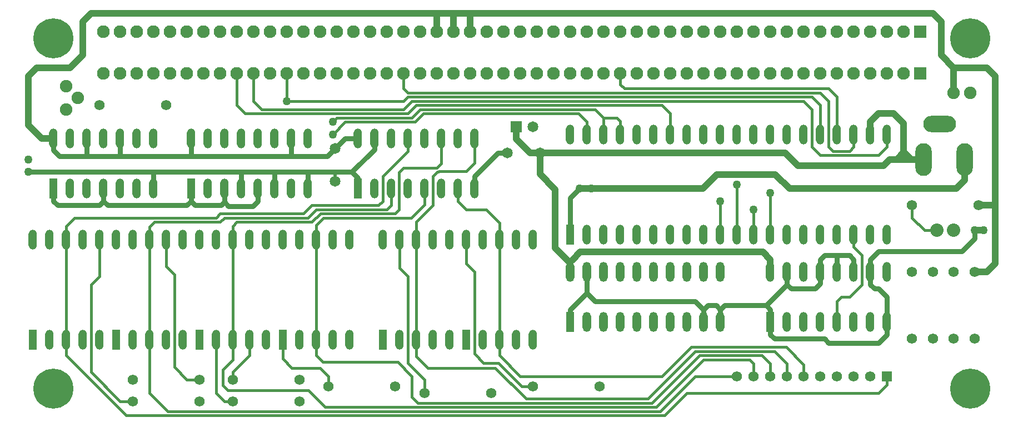
<source format=gtl>
G04 Layer_Physical_Order=1*
G04 Layer_Color=255*
%FSLAX25Y25*%
%MOIN*%
G70*
G01*
G75*
%ADD10C,0.04000*%
%ADD11C,0.01500*%
%ADD12C,0.03000*%
%ADD13C,0.02000*%
%ADD14O,0.05000X0.12000*%
%ADD15R,0.05000X0.12000*%
%ADD16C,0.24000*%
%ADD17C,0.07600*%
%ADD18R,0.07600X0.07600*%
%ADD19C,0.08000*%
%ADD20O,0.19700X0.09800*%
%ADD21O,0.09800X0.19700*%
%ADD22C,0.07500*%
%ADD23O,0.05000X0.12000*%
%ADD24R,0.05000X0.12000*%
%ADD25O,0.05118X0.12000*%
%ADD26C,0.06200*%
%ADD27R,0.06200X0.06200*%
%ADD28R,0.06500X0.06500*%
%ADD29C,0.06500*%
%ADD30C,0.05000*%
D10*
X110000Y377500D02*
X115000Y382500D01*
X665000Y367500D02*
Y382500D01*
X355000Y404000D02*
Y415000D01*
X147500D02*
X355000D01*
X142500Y410000D02*
X147500Y415000D01*
X375000D02*
X652500D01*
X375000Y404000D02*
Y415000D01*
X365000Y404000D02*
Y415000D01*
X142500Y390000D02*
Y410000D01*
X135000Y382500D02*
X142500Y390000D01*
X657500D02*
Y410000D01*
Y390000D02*
X665000Y382500D01*
X685000D01*
X115000D02*
X135000D01*
X365000Y415000D02*
X375000D01*
X355000D02*
X365000D01*
X652500D02*
X657500Y410000D01*
X118000Y340000D02*
X125000D01*
X110000Y348000D02*
Y377500D01*
Y348000D02*
X118000Y340000D01*
X402658Y339842D02*
Y347000D01*
Y339842D02*
X411000Y331500D01*
X416843D01*
Y318657D02*
Y331500D01*
Y318657D02*
X426000Y309500D01*
X623000Y323950D02*
X626550Y327500D01*
X635000Y332000D02*
X639500Y327500D01*
X635000D02*
X639500D01*
X646900D01*
X630775D02*
X635000Y331725D01*
Y327500D02*
Y331725D01*
Y332000D01*
X626550Y327500D02*
X630775D01*
X635000D01*
X615000Y342500D02*
Y350000D01*
X620000Y355000D01*
X629000D01*
X635000Y349000D01*
Y332000D02*
Y349000D01*
X550500Y272000D02*
X555000Y267500D01*
Y260000D02*
Y267500D01*
X440500Y310000D02*
X447500D01*
X514500D01*
X685000Y382500D02*
X690000Y377500D01*
X685000Y260000D02*
X690000Y265000D01*
X677500Y260000D02*
X685000D01*
X690000Y265000D02*
Y300000D01*
Y377500D01*
X514500Y310000D02*
X523000Y318500D01*
X677500Y285000D02*
X683000D01*
X671500Y315000D02*
Y327500D01*
X666500Y310000D02*
X671500Y315000D01*
X566500Y310000D02*
X666500D01*
X558000Y318500D02*
X566500Y310000D01*
X523000Y318500D02*
X558000D01*
X416843Y331500D02*
X564000D01*
X571550Y323950D01*
X623000D01*
X679500Y300000D02*
X680000D01*
X690000D01*
X426000Y274500D02*
Y309500D01*
Y274500D02*
X435000Y265500D01*
Y260000D02*
Y265500D01*
X436250Y267250D02*
X441000Y272000D01*
X550500D01*
D11*
X490000Y197500D02*
X507500Y215000D01*
X405000Y197500D02*
X490000D01*
X392500Y210000D02*
X405000Y197500D01*
X278000Y189000D02*
X288000Y179000D01*
X227500Y182500D02*
X232500D01*
X222500Y187500D02*
X227500Y182500D01*
X222500Y187500D02*
Y219500D01*
X226500Y201500D02*
X232500Y207500D01*
X226500Y192000D02*
Y201500D01*
Y192000D02*
X229500Y189000D01*
X278000D01*
X232500Y207500D02*
Y219500D01*
X197500Y203000D02*
Y258500D01*
Y203000D02*
X205000Y195500D01*
X212500D01*
X193500Y176500D02*
X489000D01*
X182500Y187500D02*
X193500Y176500D01*
X182500Y187500D02*
Y219500D01*
X168500Y174000D02*
X491500D01*
X132500Y210000D02*
X168500Y174000D01*
X147500Y200000D02*
Y252500D01*
Y200000D02*
X165000Y182500D01*
X172500D01*
X242500Y210000D02*
Y219500D01*
X232500Y200000D02*
X242500Y210000D01*
X232500Y195500D02*
Y200000D01*
X268000Y202500D02*
X285000D01*
X290000Y197500D01*
Y191500D02*
Y197500D01*
X262500Y208000D02*
X268000Y202500D01*
X288000Y179000D02*
X486500D01*
X286500Y206000D02*
X331500D01*
X282500Y210000D02*
X286500Y206000D01*
X282500Y210000D02*
Y219500D01*
X331500Y206000D02*
X340000Y197500D01*
Y185000D02*
Y197500D01*
X392000Y205500D02*
X406000Y191500D01*
X383000Y205500D02*
X392000D01*
X377500Y211000D02*
X383000Y205500D01*
X390000Y202500D02*
X408500Y184000D01*
X349500Y202500D02*
X390000D01*
X342500Y209500D02*
X349500Y202500D01*
X408500Y184000D02*
X481500D01*
X406000Y191500D02*
X412500D01*
X392500Y210000D02*
Y219500D01*
X512500Y210000D02*
X550000D01*
X510000Y212500D02*
X557500D01*
X507500Y215000D02*
X564500D01*
X505000Y187500D02*
X620000D01*
X510000Y197500D02*
X535000D01*
X515000Y207500D02*
X542500D01*
X491500Y174000D02*
X505000Y187500D01*
X489000Y176500D02*
X510000Y197500D01*
X486500Y179000D02*
X515000Y207500D01*
X337500Y205500D02*
X347500Y195500D01*
Y189500D02*
Y195500D01*
X412500Y191500D02*
Y192500D01*
X481500Y184000D02*
X510000Y212500D01*
X620000Y187500D02*
X625000Y192500D01*
Y197500D01*
X575000D02*
Y204500D01*
X564500Y215000D02*
X575000Y204500D01*
X565000Y197500D02*
Y205000D01*
X557500Y212500D02*
X565000Y205000D01*
X545000Y197500D02*
Y205000D01*
X542500Y207500D02*
X545000Y205000D01*
X550000Y210000D02*
X555000Y205000D01*
X490000Y360000D02*
X495000Y355000D01*
X235000Y360000D02*
X240000Y355000D01*
X235000Y360000D02*
Y379000D01*
X580000Y335000D02*
Y357500D01*
X575000Y362500D02*
X580000Y357500D01*
X585000Y342500D02*
Y360000D01*
X580000Y365000D02*
X585000Y360000D01*
X625000Y335000D02*
Y342500D01*
X620000Y330000D02*
X625000Y335000D01*
X585000Y330000D02*
X620000D01*
X580000Y335000D02*
X585000Y330000D01*
X605000Y335000D02*
Y342500D01*
X602500Y332500D02*
X605000Y335000D01*
X592500Y332500D02*
X602500D01*
X590000Y335000D02*
Y362500D01*
Y335000D02*
X592500Y332500D01*
X245000Y362500D02*
Y379000D01*
Y362500D02*
X250000Y357500D01*
X337500Y365000D02*
X580000D01*
X335000Y362500D02*
X337500Y365000D01*
X265000Y362500D02*
X335000D01*
X265000D02*
Y379000D01*
X585000Y367500D02*
X590000Y362500D01*
X337500Y367500D02*
X585000D01*
X595000Y342500D02*
Y365000D01*
X590000Y370000D02*
X595000Y365000D01*
X467500Y370000D02*
X590000D01*
X335000D02*
Y379000D01*
Y370000D02*
X337500Y367500D01*
X465000Y372500D02*
X467500Y370000D01*
X555000Y282500D02*
Y307500D01*
X545000Y282500D02*
Y297500D01*
X495000Y342500D02*
Y355000D01*
X322500Y317500D02*
X337500Y332500D01*
X367500Y302500D02*
Y310000D01*
Y302500D02*
X372500Y297500D01*
X384500D01*
X392500Y289500D01*
Y279500D02*
Y289500D01*
X377500Y325500D02*
Y340000D01*
X372500Y320500D02*
X377500Y325500D01*
X356253Y320500D02*
X372500D01*
X355953Y320200D02*
X356253Y320500D01*
X355200Y320200D02*
X355953D01*
X352500Y317500D02*
X355200Y320200D01*
X352500Y300000D02*
Y317500D01*
X342500Y290000D02*
X352500Y300000D01*
X342500Y279500D02*
Y290000D01*
X347500Y300500D02*
Y310000D01*
X339500Y292500D02*
X347500Y300500D01*
X287000Y292500D02*
X339500D01*
X357500Y325000D02*
Y340000D01*
X355000Y322500D02*
X357500Y325000D01*
X335000Y322500D02*
X355000D01*
X332300Y319800D02*
X335000Y322500D01*
X332300Y297500D02*
Y319800D01*
X330000Y295200D02*
X332300Y297500D01*
X325000D02*
X327500Y300000D01*
Y310000D01*
X337500Y332500D02*
Y340000D01*
X282500Y288000D02*
X287000Y292500D01*
X282500Y279500D02*
Y288000D01*
X192500Y263500D02*
Y279500D01*
Y263500D02*
X197500Y258500D01*
X555000Y197500D02*
Y205000D01*
X342500Y209500D02*
Y219500D01*
X377500Y211000D02*
Y260000D01*
X392500Y219500D02*
Y279500D01*
X342500Y219500D02*
Y279500D01*
X282500Y219500D02*
Y279500D01*
X232500Y219500D02*
Y279500D01*
X182500Y219500D02*
Y279500D01*
X132500Y210000D02*
Y219500D01*
Y279500D01*
Y287500D01*
X595000Y230000D02*
Y242500D01*
X597500Y245000D01*
X602500D01*
X610000Y252500D01*
Y270000D01*
X605000Y275000D02*
X610000Y270000D01*
X605000Y275000D02*
Y282500D01*
X372500Y265000D02*
Y279500D01*
Y265000D02*
X377500Y260000D01*
X332500Y262500D02*
Y279500D01*
Y262500D02*
X337500Y257500D01*
Y205500D02*
Y257500D01*
X262500Y208000D02*
Y219500D01*
X152500Y257500D02*
Y279500D01*
X147500Y252500D02*
X152500Y257500D01*
X465000Y372500D02*
Y379000D01*
X320000Y300000D02*
X322500Y302500D01*
Y317500D01*
X182500Y287000D02*
X185500Y290000D01*
X225000D01*
X182500Y279500D02*
Y287000D01*
X137500Y292500D02*
X222500D01*
X132500Y287500D02*
X137500Y292500D01*
X232500Y279500D02*
Y287500D01*
X235000Y290000D01*
X280000D01*
X285200Y295200D01*
X330000D01*
X227500Y292500D02*
X277500D01*
X282500Y297500D01*
X225000Y290000D02*
X227500Y292500D01*
X282500Y297500D02*
X325000D01*
X225000Y295000D02*
X275000D01*
X280000Y300000D01*
X222500Y292500D02*
X225000Y295000D01*
X280000Y300000D02*
X320000D01*
X445000Y342500D02*
Y350000D01*
X450000Y357500D02*
X455000Y352500D01*
Y342500D02*
Y352500D01*
X465000Y342500D02*
Y350500D01*
X463000Y352500D02*
X465000Y350500D01*
X455000Y352500D02*
X463000D01*
X340000Y362500D02*
X575000D01*
X342500Y360000D02*
X490000D01*
X345000Y357500D02*
X450000D01*
X337500Y355000D02*
X342500Y360000D01*
X335000Y357500D02*
X340000Y362500D01*
X250000Y357500D02*
X335000D01*
X240000Y355000D02*
X337500D01*
X440000D02*
X445000Y350000D01*
X347000Y355000D02*
X440000D01*
X525000Y282500D02*
Y302500D01*
X535000Y282500D02*
Y312500D01*
X647500Y285000D02*
X655000D01*
X640000Y292500D02*
X647500Y285000D01*
X640000Y292500D02*
Y300000D01*
X484000Y181500D02*
X512500Y210000D01*
X340000Y185000D02*
X343500Y181500D01*
X484000D01*
X342000Y350000D02*
X347000Y355000D01*
X292500Y342500D02*
X300000Y350000D01*
X342000D01*
X340000Y352500D02*
X345000Y357500D01*
X292500Y350000D02*
X295000Y352500D01*
X340000D01*
D12*
X435000Y304500D02*
X440500Y310000D01*
X435000Y282500D02*
Y304500D01*
X620000Y272500D02*
X670000D01*
X615000Y267500D02*
X620000Y272500D01*
X615000Y260000D02*
Y267500D01*
X555000Y222500D02*
Y230000D01*
Y222500D02*
X557500Y220000D01*
X587500D01*
X590000Y217500D01*
X620000D01*
X625000Y222500D01*
Y230000D01*
X510000Y242500D02*
X515000Y237500D01*
X450000Y242500D02*
X510000D01*
X445000Y247500D02*
X450000Y242500D01*
X445000Y247500D02*
Y260000D01*
X435000Y237500D02*
X445000Y247500D01*
X435000Y230000D02*
Y237500D01*
X552500Y240000D02*
X553000D01*
X527500D02*
X552500D01*
X555000Y237500D01*
Y230000D02*
Y237500D01*
X525000D02*
X527500Y240000D01*
X525000Y230000D02*
Y237500D01*
X522500Y240000D02*
X525000Y237500D01*
X517500Y240000D02*
X522500D01*
X515000Y237500D02*
X517500Y240000D01*
X515000Y230000D02*
Y237500D01*
X237500Y320000D02*
X257500D01*
X185000D02*
X237500D01*
Y310000D02*
Y320000D01*
X257500D02*
X277500D01*
X257500Y310000D02*
Y320000D01*
X277500Y310000D02*
Y320000D01*
X185000Y310000D02*
Y320000D01*
X207500Y329500D02*
X289314D01*
X267500Y329750D02*
Y340000D01*
X165000Y329500D02*
X207500D01*
Y340000D01*
X145000Y330000D02*
Y340000D01*
X128500Y329500D02*
X165000D01*
Y340000D01*
X125000Y333000D02*
X128500Y329500D01*
X125000Y333000D02*
Y340000D01*
X615000Y252500D02*
Y260000D01*
Y252500D02*
X617500Y250000D01*
X620000D01*
X625000Y245000D01*
Y230000D02*
Y245000D01*
X552500Y240000D02*
X565000Y252500D01*
X585000Y253000D02*
Y260000D01*
X582000Y250000D02*
X585000Y253000D01*
X567500Y250000D02*
X582000D01*
X565000Y252500D02*
X567500Y250000D01*
X565000Y252500D02*
Y260000D01*
X595000Y270000D02*
X602500D01*
X587500D02*
X595000D01*
Y260000D02*
Y270000D01*
X605000Y260000D02*
Y267500D01*
X602500Y270000D02*
X605000Y267500D01*
X585000D02*
X587500Y270000D01*
X585000Y260000D02*
Y267500D01*
X277500Y320000D02*
X294000D01*
X304000D01*
X307500Y316500D01*
Y310000D02*
Y316500D01*
X289314Y329500D02*
X294000Y334186D01*
X317500Y333500D02*
Y340000D01*
X125000Y302500D02*
Y310000D01*
Y302500D02*
X127500Y300000D01*
X152500D01*
X155000Y302500D01*
Y310000D01*
Y302500D02*
X157500Y300000D01*
X205000D01*
X207500Y302500D01*
Y310000D01*
X247500Y302500D02*
Y310000D01*
X244500Y299500D02*
X247500Y302500D01*
X230000Y299500D02*
X244500D01*
X227500Y302000D02*
X230000Y299500D01*
X227500Y302000D02*
Y310000D01*
X225500Y300000D02*
X227500Y302000D01*
X210000Y300000D02*
X225500D01*
X207500Y302500D02*
X210000Y300000D01*
X294000Y334186D02*
X299814Y340000D01*
X307500D01*
X377500Y310000D02*
Y317500D01*
X391500Y331500D02*
X397157D01*
X377500Y317500D02*
X391500Y331500D01*
X670000Y272500D02*
X677500Y280000D01*
Y285000D01*
X304000Y320000D02*
X317500Y333500D01*
X110000Y320000D02*
X185000D01*
D13*
X294000Y314500D02*
Y320000D01*
D14*
X372500Y279500D02*
D03*
X382500D02*
D03*
X392500D02*
D03*
X402500D02*
D03*
X412500D02*
D03*
Y219500D02*
D03*
X402500D02*
D03*
X392500D02*
D03*
X382500D02*
D03*
X332500D02*
D03*
X342500D02*
D03*
X352500D02*
D03*
X362500D02*
D03*
Y279500D02*
D03*
X352500D02*
D03*
X342500D02*
D03*
X332500D02*
D03*
X322500D02*
D03*
X262500D02*
D03*
X272500D02*
D03*
X282500D02*
D03*
X292500D02*
D03*
X302500D02*
D03*
Y219500D02*
D03*
X292500D02*
D03*
X282500D02*
D03*
X272500D02*
D03*
X222500D02*
D03*
X232500D02*
D03*
X242500D02*
D03*
X252500D02*
D03*
Y279500D02*
D03*
X242500D02*
D03*
X232500D02*
D03*
X222500D02*
D03*
X212500D02*
D03*
X162500D02*
D03*
X172500D02*
D03*
X182500D02*
D03*
X192500D02*
D03*
X202500D02*
D03*
Y219500D02*
D03*
X192500D02*
D03*
X182500D02*
D03*
X172500D02*
D03*
X122500D02*
D03*
X132500D02*
D03*
X142500D02*
D03*
X152500D02*
D03*
Y279500D02*
D03*
X142500D02*
D03*
X132500D02*
D03*
X122500D02*
D03*
X112500D02*
D03*
D15*
X372500Y219500D02*
D03*
X322500D02*
D03*
X262500D02*
D03*
X212500D02*
D03*
X162500D02*
D03*
X112500D02*
D03*
X435000Y230000D02*
D03*
D16*
X125000Y190000D02*
D03*
X675000D02*
D03*
Y400000D02*
D03*
X125000D02*
D03*
D17*
X395000Y379000D02*
D03*
X385000D02*
D03*
X375000D02*
D03*
X365000D02*
D03*
X355000D02*
D03*
X345000D02*
D03*
X335000D02*
D03*
X325000D02*
D03*
X315000D02*
D03*
X305000D02*
D03*
X295000D02*
D03*
X285000D02*
D03*
X275000D02*
D03*
X235000D02*
D03*
X245000D02*
D03*
X255000D02*
D03*
X265000D02*
D03*
X195000D02*
D03*
X205000D02*
D03*
X215000D02*
D03*
X225000D02*
D03*
X155000D02*
D03*
X165000D02*
D03*
X175000D02*
D03*
X185000D02*
D03*
X435000D02*
D03*
X425000D02*
D03*
X415000D02*
D03*
X405000D02*
D03*
X475000D02*
D03*
X465000D02*
D03*
X455000D02*
D03*
X445000D02*
D03*
X515000D02*
D03*
X505000D02*
D03*
X495000D02*
D03*
X485000D02*
D03*
X525000D02*
D03*
X535000D02*
D03*
X545000D02*
D03*
X555000D02*
D03*
X565000D02*
D03*
X575000D02*
D03*
X585000D02*
D03*
X595000D02*
D03*
X605000D02*
D03*
X615000D02*
D03*
X625000D02*
D03*
X635000D02*
D03*
Y404000D02*
D03*
X625000D02*
D03*
X615000D02*
D03*
X605000D02*
D03*
X595000D02*
D03*
X585000D02*
D03*
X575000D02*
D03*
X565000D02*
D03*
X555000D02*
D03*
X545000D02*
D03*
X535000D02*
D03*
X525000D02*
D03*
X485000D02*
D03*
X495000D02*
D03*
X505000D02*
D03*
X515000D02*
D03*
X445000D02*
D03*
X455000D02*
D03*
X465000D02*
D03*
X475000D02*
D03*
X405000D02*
D03*
X415000D02*
D03*
X425000D02*
D03*
X435000D02*
D03*
X185000D02*
D03*
X175000D02*
D03*
X165000D02*
D03*
X155000D02*
D03*
X225000D02*
D03*
X215000D02*
D03*
X205000D02*
D03*
X195000D02*
D03*
X265000D02*
D03*
X255000D02*
D03*
X245000D02*
D03*
X235000D02*
D03*
X275000D02*
D03*
X285000D02*
D03*
X295000D02*
D03*
X305000D02*
D03*
X315000D02*
D03*
X325000D02*
D03*
X335000D02*
D03*
X345000D02*
D03*
X355000D02*
D03*
X365000D02*
D03*
X375000D02*
D03*
X385000D02*
D03*
X395000D02*
D03*
D18*
X645000Y379000D02*
D03*
Y404000D02*
D03*
D19*
X665000Y285000D02*
D03*
X655000D02*
D03*
D20*
X656700Y348700D02*
D03*
D21*
X646900Y327500D02*
D03*
X671500D02*
D03*
D22*
X675000Y367500D02*
D03*
X665000D02*
D03*
X132500Y371500D02*
D03*
Y357500D02*
D03*
X139500Y364500D02*
D03*
D23*
X555000Y260000D02*
D03*
X565000D02*
D03*
X575000D02*
D03*
X585000D02*
D03*
X595000D02*
D03*
X605000D02*
D03*
X615000D02*
D03*
X625000D02*
D03*
Y230000D02*
D03*
X615000D02*
D03*
X605000D02*
D03*
X595000D02*
D03*
X585000D02*
D03*
X575000D02*
D03*
X565000D02*
D03*
X435000Y342500D02*
D03*
X445000D02*
D03*
X455000D02*
D03*
X465000D02*
D03*
X475000D02*
D03*
X485000D02*
D03*
X495000D02*
D03*
X505000D02*
D03*
X515000D02*
D03*
X525000D02*
D03*
X535000D02*
D03*
X545000D02*
D03*
X555000D02*
D03*
X565000D02*
D03*
X575000D02*
D03*
X585000D02*
D03*
X595000D02*
D03*
X605000D02*
D03*
X615000D02*
D03*
X625000D02*
D03*
Y282500D02*
D03*
X615000D02*
D03*
X605000D02*
D03*
X595000D02*
D03*
X585000D02*
D03*
X575000D02*
D03*
X565000D02*
D03*
X555000D02*
D03*
X545000D02*
D03*
X535000D02*
D03*
X525000D02*
D03*
X515000D02*
D03*
X505000D02*
D03*
X495000D02*
D03*
X485000D02*
D03*
X475000D02*
D03*
X465000D02*
D03*
X455000D02*
D03*
X445000D02*
D03*
X217500Y310000D02*
D03*
X227500D02*
D03*
X237500D02*
D03*
X247500D02*
D03*
X257500D02*
D03*
X267500D02*
D03*
X277500D02*
D03*
Y340000D02*
D03*
X267500D02*
D03*
X257500D02*
D03*
X247500D02*
D03*
X237500D02*
D03*
X227500D02*
D03*
X217500D02*
D03*
X207500D02*
D03*
X307500D02*
D03*
X317500D02*
D03*
X327500D02*
D03*
X337500D02*
D03*
X347500D02*
D03*
X357500D02*
D03*
X367500D02*
D03*
X377500D02*
D03*
Y310000D02*
D03*
X367500D02*
D03*
X357500D02*
D03*
X347500D02*
D03*
X337500D02*
D03*
X327500D02*
D03*
X317500D02*
D03*
X125000Y340000D02*
D03*
X135000D02*
D03*
X145000D02*
D03*
X155000D02*
D03*
X165000D02*
D03*
X175000D02*
D03*
X185000D02*
D03*
Y310000D02*
D03*
X175000D02*
D03*
X165000D02*
D03*
X155000D02*
D03*
X145000D02*
D03*
X135000D02*
D03*
D24*
X555000Y230000D02*
D03*
X435000Y282500D02*
D03*
X207500Y310000D02*
D03*
X307500D02*
D03*
X125000D02*
D03*
D25*
X445000Y230000D02*
D03*
X455000D02*
D03*
X465000D02*
D03*
X475000D02*
D03*
X485000D02*
D03*
X495000D02*
D03*
X505000D02*
D03*
X515000D02*
D03*
X525000D02*
D03*
Y260000D02*
D03*
X515000D02*
D03*
X505000D02*
D03*
X495000D02*
D03*
X485000D02*
D03*
X475000D02*
D03*
X465000D02*
D03*
X455000D02*
D03*
X445000D02*
D03*
X435000D02*
D03*
D26*
X535000Y197500D02*
D03*
X545000D02*
D03*
X555000D02*
D03*
X565000D02*
D03*
X575000D02*
D03*
X585000D02*
D03*
X595000D02*
D03*
X605000D02*
D03*
X615000D02*
D03*
X640000Y260000D02*
D03*
Y220000D02*
D03*
X652500D02*
D03*
Y260000D02*
D03*
X665000D02*
D03*
Y220000D02*
D03*
X677500D02*
D03*
Y260000D02*
D03*
X152500Y360000D02*
D03*
X192500D02*
D03*
X452500Y191500D02*
D03*
X412500D02*
D03*
X347500Y187500D02*
D03*
X387500D02*
D03*
X330000Y191500D02*
D03*
X290000D02*
D03*
X232500Y182500D02*
D03*
X272500D02*
D03*
Y195500D02*
D03*
X232500D02*
D03*
X172500Y182500D02*
D03*
X212500D02*
D03*
X172500Y195500D02*
D03*
X212500D02*
D03*
X680000Y300000D02*
D03*
X640000D02*
D03*
D27*
X625000Y197500D02*
D03*
D28*
X402658Y347000D02*
D03*
D29*
X412500D02*
D03*
X294000Y314500D02*
D03*
Y334186D02*
D03*
X416843Y331500D02*
D03*
X397157D02*
D03*
D30*
X265000Y362500D02*
D03*
X555000Y307500D02*
D03*
X545000Y297500D02*
D03*
X292500Y350000D02*
D03*
Y342500D02*
D03*
X525000Y302500D02*
D03*
X535000Y312500D02*
D03*
X440500Y310000D02*
D03*
X447500D02*
D03*
X677500Y285000D02*
D03*
X683000D02*
D03*
X110000Y327500D02*
D03*
Y320000D02*
D03*
M02*

</source>
